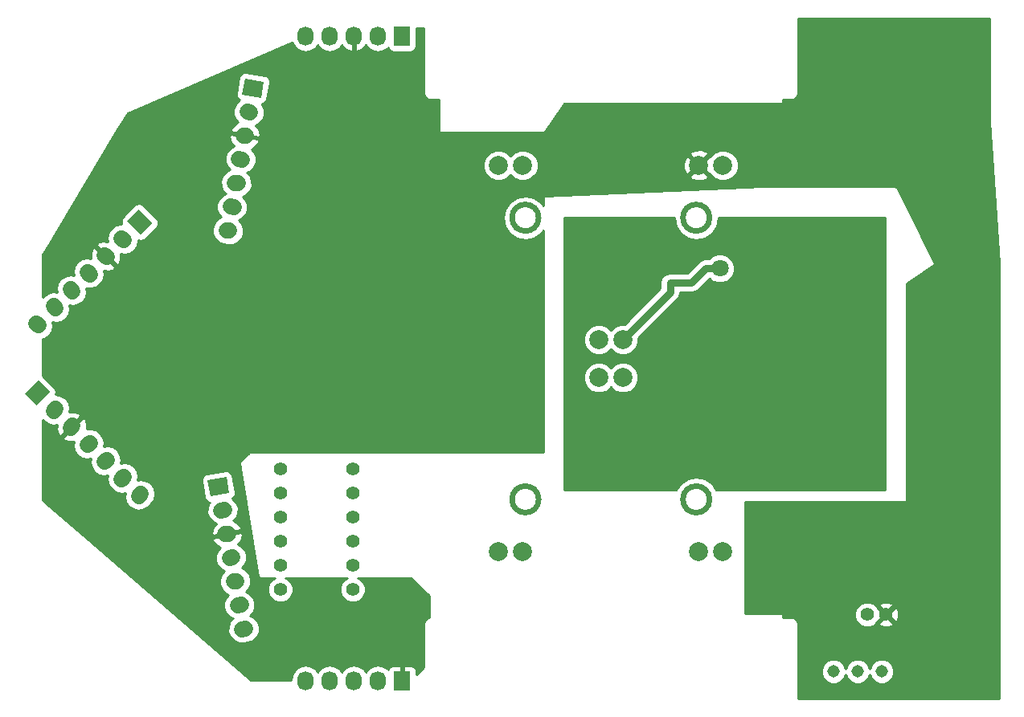
<source format=gbr>
G04 #@! TF.FileFunction,Copper,L2,Bot,Signal*
%FSLAX46Y46*%
G04 Gerber Fmt 4.6, Leading zero omitted, Abs format (unit mm)*
G04 Created by KiCad (PCBNEW 4.0.2-stable) date 3/31/2016 10:50:00 PM*
%MOMM*%
G01*
G04 APERTURE LIST*
%ADD10C,0.100000*%
%ADD11C,0.600000*%
%ADD12C,2.000000*%
%ADD13C,1.727200*%
%ADD14C,1.422400*%
%ADD15C,1.397000*%
%ADD16R,1.727200X2.032000*%
%ADD17O,1.727200X2.032000*%
%ADD18C,1.308000*%
%ADD19C,1.800000*%
%ADD20C,1.500000*%
%ADD21C,0.800000*%
%ADD22C,0.254000*%
G04 APERTURE END LIST*
D10*
D11*
X191400000Y-104850000D02*
G75*
G03X191400000Y-104850000I-1400000J0D01*
G01*
X209400000Y-104850000D02*
G75*
G03X209400000Y-104850000I-1400000J0D01*
G01*
X209400000Y-75150000D02*
G75*
G03X209400000Y-75150000I-1400000J0D01*
G01*
X191400000Y-75150000D02*
G75*
G03X191400000Y-75150000I-1400000J0D01*
G01*
D12*
X208270000Y-110375000D03*
X210810000Y-110375000D03*
X189730000Y-110375000D03*
X197730000Y-92000000D03*
X200270000Y-92000000D03*
X187190000Y-110375000D03*
X189730000Y-69625000D03*
X187190000Y-69625000D03*
X208270000Y-69625000D03*
X200270000Y-88000000D03*
X197730000Y-88000000D03*
X210810000Y-69625000D03*
D10*
G36*
X160172672Y-62169818D02*
X160472597Y-60468858D01*
X162473726Y-60821712D01*
X162173801Y-62522672D01*
X160172672Y-62169818D01*
X160172672Y-62169818D01*
G37*
D13*
X160732048Y-63970713D02*
X161032218Y-64023641D01*
X160290981Y-66472124D02*
X160591151Y-66525052D01*
X159849915Y-68973536D02*
X160150085Y-69026464D01*
X159408849Y-71474948D02*
X159709019Y-71527876D01*
X158967782Y-73976359D02*
X159267952Y-74029287D01*
X158526716Y-76477771D02*
X158826886Y-76530699D01*
D10*
G36*
X138504083Y-94940924D02*
X137282768Y-93719609D01*
X138719609Y-92282768D01*
X139940924Y-93504083D01*
X138504083Y-94940924D01*
X138504083Y-94940924D01*
G37*
D13*
X140300135Y-95515661D02*
X140515661Y-95300135D01*
X142096186Y-97311712D02*
X142311712Y-97096186D01*
X143892237Y-99107763D02*
X144107763Y-98892237D01*
X145688288Y-100903814D02*
X145903814Y-100688288D01*
X147484339Y-102699865D02*
X147699865Y-102484339D01*
X149280391Y-104495917D02*
X149495917Y-104280391D01*
D10*
G36*
X148059076Y-75504083D02*
X149280391Y-74282768D01*
X150717232Y-75719609D01*
X149495917Y-76940924D01*
X148059076Y-75504083D01*
X148059076Y-75504083D01*
G37*
D13*
X147484339Y-77300135D02*
X147699865Y-77515661D01*
X145688288Y-79096186D02*
X145903814Y-79311712D01*
X143892237Y-80892237D02*
X144107763Y-81107763D01*
X142096186Y-82688288D02*
X142311712Y-82903814D01*
X140300135Y-84484339D02*
X140515661Y-84699865D01*
X138504083Y-86280391D02*
X138719609Y-86495917D01*
D10*
G36*
X156826199Y-104522672D02*
X156526274Y-102821712D01*
X158527403Y-102468858D01*
X158827328Y-104169818D01*
X156826199Y-104522672D01*
X156826199Y-104522672D01*
G37*
D13*
X157967782Y-106023641D02*
X158267952Y-105970713D01*
X158408849Y-108525052D02*
X158709019Y-108472124D01*
X158849915Y-111026464D02*
X159150085Y-110973536D01*
X159290981Y-113527876D02*
X159591151Y-113474948D01*
X159732048Y-116029287D02*
X160032218Y-115976359D01*
X160173114Y-118530699D02*
X160473284Y-118477771D01*
D14*
X171810000Y-111810000D03*
X171810000Y-114350000D03*
X164190000Y-114350000D03*
X164190000Y-109270000D03*
X164190000Y-101650000D03*
X171810000Y-109270000D03*
X164190000Y-104190000D03*
X171810000Y-101650000D03*
X164190000Y-111810000D03*
X171810000Y-106730000D03*
X164190000Y-106730000D03*
X171810000Y-104190000D03*
D15*
X226000000Y-117000000D03*
X228000000Y-117000000D03*
D16*
X177000000Y-56000000D03*
D17*
X174460000Y-56000000D03*
X171920000Y-56000000D03*
X169380000Y-56000000D03*
X166840000Y-56000000D03*
D16*
X177000000Y-124000000D03*
D17*
X174460000Y-124000000D03*
X171920000Y-124000000D03*
X169380000Y-124000000D03*
X166840000Y-124000000D03*
D18*
X227540000Y-123000000D03*
X225000000Y-123000000D03*
X222460000Y-123000000D03*
D19*
X221500000Y-90000000D03*
X208500000Y-86250000D03*
X208250000Y-93750000D03*
X213342500Y-84015000D03*
X213342500Y-95985000D03*
X210500000Y-80500000D03*
D20*
X213000000Y-83750000D02*
X213265000Y-84015000D01*
X213265000Y-84015000D02*
X213342500Y-84015000D01*
X213000000Y-96250000D02*
X213265000Y-95985000D01*
X213265000Y-95985000D02*
X213342500Y-95985000D01*
D21*
X209000000Y-80500000D02*
X210500000Y-80500000D01*
X205250000Y-83020000D02*
X205250000Y-82000000D01*
X205250000Y-82000000D02*
X207500000Y-82000000D01*
X207500000Y-82000000D02*
X209000000Y-80500000D01*
X200270000Y-88000000D02*
X205250000Y-83020000D01*
D22*
G36*
X238873000Y-65000000D02*
X238873281Y-65008448D01*
X239873000Y-80004233D01*
X239873000Y-125873000D01*
X218710000Y-125873000D01*
X218710000Y-123255273D01*
X221170777Y-123255273D01*
X221366602Y-123729206D01*
X221728887Y-124092124D01*
X222202477Y-124288776D01*
X222715273Y-124289223D01*
X223189206Y-124093398D01*
X223552124Y-123731113D01*
X223730196Y-123302270D01*
X223906602Y-123729206D01*
X224268887Y-124092124D01*
X224742477Y-124288776D01*
X225255273Y-124289223D01*
X225729206Y-124093398D01*
X226092124Y-123731113D01*
X226270196Y-123302270D01*
X226446602Y-123729206D01*
X226808887Y-124092124D01*
X227282477Y-124288776D01*
X227795273Y-124289223D01*
X228269206Y-124093398D01*
X228632124Y-123731113D01*
X228828776Y-123257523D01*
X228829223Y-122744727D01*
X228633398Y-122270794D01*
X228271113Y-121907876D01*
X227797523Y-121711224D01*
X227284727Y-121710777D01*
X226810794Y-121906602D01*
X226447876Y-122268887D01*
X226269804Y-122697730D01*
X226093398Y-122270794D01*
X225731113Y-121907876D01*
X225257523Y-121711224D01*
X224744727Y-121710777D01*
X224270794Y-121906602D01*
X223907876Y-122268887D01*
X223729804Y-122697730D01*
X223553398Y-122270794D01*
X223191113Y-121907876D01*
X222717523Y-121711224D01*
X222204727Y-121710777D01*
X221730794Y-121906602D01*
X221367876Y-122268887D01*
X221171224Y-122742477D01*
X221170777Y-123255273D01*
X218710000Y-123255273D01*
X218710000Y-118000000D01*
X218655954Y-117728295D01*
X218502046Y-117497954D01*
X218271705Y-117344046D01*
X218000000Y-117290000D01*
X217127000Y-117290000D01*
X217127000Y-117264086D01*
X224666269Y-117264086D01*
X224868854Y-117754380D01*
X225243647Y-118129827D01*
X225733587Y-118333268D01*
X226264086Y-118333731D01*
X226754380Y-118131146D01*
X226951681Y-117934188D01*
X227245417Y-117934188D01*
X227307071Y-118169800D01*
X227807480Y-118345927D01*
X228337199Y-118317148D01*
X228692929Y-118169800D01*
X228754583Y-117934188D01*
X228000000Y-117179605D01*
X227245417Y-117934188D01*
X226951681Y-117934188D01*
X227129827Y-117756353D01*
X227176540Y-117643855D01*
X227820395Y-117000000D01*
X228179605Y-117000000D01*
X228934188Y-117754583D01*
X229169800Y-117692929D01*
X229345927Y-117192520D01*
X229317148Y-116662801D01*
X229169800Y-116307071D01*
X228934188Y-116245417D01*
X228179605Y-117000000D01*
X227820395Y-117000000D01*
X227177007Y-116356612D01*
X227131146Y-116245620D01*
X226951652Y-116065812D01*
X227245417Y-116065812D01*
X228000000Y-116820395D01*
X228754583Y-116065812D01*
X228692929Y-115830200D01*
X228192520Y-115654073D01*
X227662801Y-115682852D01*
X227307071Y-115830200D01*
X227245417Y-116065812D01*
X226951652Y-116065812D01*
X226756353Y-115870173D01*
X226266413Y-115666732D01*
X225735914Y-115666269D01*
X225245620Y-115868854D01*
X224870173Y-116243647D01*
X224666732Y-116733587D01*
X224666269Y-117264086D01*
X217127000Y-117264086D01*
X217127000Y-117000000D01*
X217116994Y-116950590D01*
X217088553Y-116908965D01*
X217046159Y-116881685D01*
X217000000Y-116873000D01*
X213127000Y-116873000D01*
X213127000Y-105127000D01*
X230000000Y-105127000D01*
X230049410Y-105116994D01*
X230091035Y-105088553D01*
X230118315Y-105046159D01*
X230127000Y-105000000D01*
X230127000Y-82067968D01*
X233070447Y-80105670D01*
X233106008Y-80069937D01*
X233124866Y-80023184D01*
X233124048Y-79972778D01*
X233113592Y-79943204D01*
X229113592Y-71943204D01*
X229082546Y-71903485D01*
X229038493Y-71878974D01*
X229000000Y-71873000D01*
X215000000Y-71873000D01*
X214994483Y-71873120D01*
X191994483Y-72873120D01*
X191945555Y-72885262D01*
X191905205Y-72915484D01*
X191879792Y-72959024D01*
X191873000Y-73000000D01*
X191873000Y-73831011D01*
X191651094Y-73498906D01*
X190893566Y-72992741D01*
X190000000Y-72815000D01*
X189106434Y-72992741D01*
X188348906Y-73498906D01*
X187842741Y-74256434D01*
X187665000Y-75150000D01*
X187842741Y-76043566D01*
X188348906Y-76801094D01*
X189106434Y-77307259D01*
X190000000Y-77485000D01*
X190893566Y-77307259D01*
X191651094Y-76801094D01*
X191873000Y-76468989D01*
X191873000Y-99873000D01*
X161000000Y-99873000D01*
X160950590Y-99883006D01*
X160910197Y-99910197D01*
X159910197Y-100910197D01*
X159882334Y-100952211D01*
X159874728Y-101020879D01*
X161874728Y-113020879D01*
X161892721Y-113067972D01*
X161927617Y-113104354D01*
X161973920Y-113124293D01*
X162000000Y-113127000D01*
X163624666Y-113127000D01*
X163428435Y-113208081D01*
X163049412Y-113586443D01*
X162844034Y-114081049D01*
X162843566Y-114616601D01*
X163048081Y-115111565D01*
X163426443Y-115490588D01*
X163921049Y-115695966D01*
X164456601Y-115696434D01*
X164951565Y-115491919D01*
X165330588Y-115113557D01*
X165535966Y-114618951D01*
X165536434Y-114083399D01*
X165331919Y-113588435D01*
X164953557Y-113209412D01*
X164755087Y-113127000D01*
X171244665Y-113127000D01*
X171048435Y-113208081D01*
X170669412Y-113586443D01*
X170464034Y-114081049D01*
X170463566Y-114616601D01*
X170668081Y-115111565D01*
X171046443Y-115490588D01*
X171541049Y-115695966D01*
X172076601Y-115696434D01*
X172571565Y-115491919D01*
X172950588Y-115113557D01*
X173155966Y-114618951D01*
X173156434Y-114083399D01*
X172951919Y-113588435D01*
X172573557Y-113209412D01*
X172375086Y-113127000D01*
X177947394Y-113127000D01*
X179873000Y-115052606D01*
X179873000Y-117315262D01*
X179728295Y-117344046D01*
X179497954Y-117497954D01*
X179344046Y-117728295D01*
X179290000Y-118000000D01*
X179290000Y-122530394D01*
X178498600Y-123321794D01*
X178498600Y-122857691D01*
X178401927Y-122624302D01*
X178223299Y-122445673D01*
X177989910Y-122349000D01*
X177285750Y-122349000D01*
X177127000Y-122507750D01*
X177127000Y-123873000D01*
X176873000Y-123873000D01*
X176873000Y-122507750D01*
X176714250Y-122349000D01*
X176010090Y-122349000D01*
X175776701Y-122445673D01*
X175598073Y-122624302D01*
X175534500Y-122777780D01*
X175519670Y-122755585D01*
X175033489Y-122430729D01*
X174460000Y-122316655D01*
X173886511Y-122430729D01*
X173400330Y-122755585D01*
X173190000Y-123070366D01*
X172979670Y-122755585D01*
X172493489Y-122430729D01*
X171920000Y-122316655D01*
X171346511Y-122430729D01*
X170860330Y-122755585D01*
X170650000Y-123070366D01*
X170439670Y-122755585D01*
X169953489Y-122430729D01*
X169380000Y-122316655D01*
X168806511Y-122430729D01*
X168320330Y-122755585D01*
X168110000Y-123070366D01*
X167899670Y-122755585D01*
X167413489Y-122430729D01*
X166840000Y-122316655D01*
X166266511Y-122430729D01*
X165780330Y-122755585D01*
X165455474Y-123241766D01*
X165341400Y-123815255D01*
X165341400Y-123873000D01*
X161047251Y-123873000D01*
X143977885Y-109131274D01*
X157038340Y-109131274D01*
X157043686Y-109146340D01*
X157385360Y-109621472D01*
X157859355Y-109915128D01*
X157590479Y-110172522D01*
X157354984Y-110707728D01*
X157342230Y-111292313D01*
X157554157Y-111837281D01*
X157958503Y-112259664D01*
X158305022Y-112412135D01*
X158031545Y-112673934D01*
X157796050Y-113209140D01*
X157783296Y-113793725D01*
X157995223Y-114338693D01*
X158399569Y-114761076D01*
X158746088Y-114913547D01*
X158472612Y-115175345D01*
X158237117Y-115710551D01*
X158224363Y-116295136D01*
X158436290Y-116840104D01*
X158840636Y-117262487D01*
X159187155Y-117414958D01*
X158913678Y-117676757D01*
X158678183Y-118211963D01*
X158665429Y-118796548D01*
X158877356Y-119341516D01*
X159281702Y-119763899D01*
X159816908Y-119999394D01*
X160401493Y-120012148D01*
X160765370Y-119947986D01*
X161310337Y-119736059D01*
X161732720Y-119331713D01*
X161968215Y-118796507D01*
X161980970Y-118211921D01*
X161769042Y-117666954D01*
X161364696Y-117244571D01*
X161018177Y-117092100D01*
X161291654Y-116830301D01*
X161527149Y-116295095D01*
X161539904Y-115710509D01*
X161327976Y-115165542D01*
X160923630Y-114743159D01*
X160577111Y-114590688D01*
X160850587Y-114328890D01*
X161086082Y-113793684D01*
X161098837Y-113209098D01*
X160886909Y-112664131D01*
X160482563Y-112241748D01*
X160136044Y-112089277D01*
X160409521Y-111827478D01*
X160645016Y-111292272D01*
X160657771Y-110707686D01*
X160445843Y-110162719D01*
X160041497Y-109740336D01*
X159700809Y-109590430D01*
X160045782Y-109152368D01*
X160204346Y-108589030D01*
X160204217Y-108573045D01*
X160044625Y-108365580D01*
X158706058Y-108601605D01*
X158709531Y-108621301D01*
X158459390Y-108665408D01*
X158455917Y-108645712D01*
X157117349Y-108881737D01*
X157038340Y-109131274D01*
X143977885Y-109131274D01*
X139127000Y-104941874D01*
X139127000Y-98344666D01*
X141242837Y-98344666D01*
X141321245Y-98594392D01*
X141334266Y-98603667D01*
X141886673Y-98796897D01*
X142443381Y-98765573D01*
X142370766Y-99130634D01*
X142484840Y-99704124D01*
X142809696Y-100190304D01*
X143295876Y-100515160D01*
X143869366Y-100629234D01*
X144240675Y-100555376D01*
X144166817Y-100926685D01*
X144280891Y-101500175D01*
X144605747Y-101986355D01*
X145091927Y-102311211D01*
X145665417Y-102425285D01*
X146036726Y-102351427D01*
X145962868Y-102722736D01*
X146076942Y-103296226D01*
X146401798Y-103782406D01*
X146887978Y-104107262D01*
X147461468Y-104221336D01*
X147832778Y-104147478D01*
X147758920Y-104518788D01*
X147872994Y-105092278D01*
X148197850Y-105578458D01*
X148684030Y-105903314D01*
X149257520Y-106017388D01*
X149831010Y-105903314D01*
X150317190Y-105578458D01*
X150578458Y-105317190D01*
X150903314Y-104831010D01*
X151017388Y-104257520D01*
X150903314Y-103684030D01*
X150578458Y-103197850D01*
X150183788Y-102934139D01*
X155888670Y-102934139D01*
X156188595Y-104635099D01*
X156273063Y-104859152D01*
X156447552Y-105047843D01*
X156681705Y-105153782D01*
X156723860Y-105154848D01*
X156708346Y-105169699D01*
X156472851Y-105704905D01*
X156460097Y-106289490D01*
X156672024Y-106834458D01*
X157076370Y-107256841D01*
X157417059Y-107406747D01*
X157072086Y-107844808D01*
X156913522Y-108408146D01*
X156913651Y-108424131D01*
X157073243Y-108631596D01*
X158411810Y-108395571D01*
X158408337Y-108375875D01*
X158658478Y-108331768D01*
X158661951Y-108351464D01*
X160000519Y-108115439D01*
X160079528Y-107865902D01*
X160074182Y-107850836D01*
X159732508Y-107375704D01*
X159258513Y-107082048D01*
X159527388Y-106824655D01*
X159762883Y-106289449D01*
X159775638Y-105704863D01*
X159563710Y-105159896D01*
X159159364Y-104737513D01*
X159143595Y-104730574D01*
X159163808Y-104722954D01*
X159352499Y-104548466D01*
X159458438Y-104314313D01*
X159464932Y-104057391D01*
X159165007Y-102356431D01*
X159080539Y-102132378D01*
X158906050Y-101943687D01*
X158671897Y-101837748D01*
X158414976Y-101831254D01*
X156413847Y-102184108D01*
X156189794Y-102268576D01*
X156001103Y-102443064D01*
X155895164Y-102677217D01*
X155888670Y-102934139D01*
X150183788Y-102934139D01*
X150092278Y-102872994D01*
X149518788Y-102758920D01*
X149147478Y-102832778D01*
X149221336Y-102461468D01*
X149107262Y-101887978D01*
X148782406Y-101401798D01*
X148296226Y-101076942D01*
X147722736Y-100962868D01*
X147351427Y-101036726D01*
X147425285Y-100665417D01*
X147311211Y-100091927D01*
X146986355Y-99605747D01*
X146500175Y-99280891D01*
X145926685Y-99166817D01*
X145555376Y-99240675D01*
X145629234Y-98869366D01*
X145515160Y-98295876D01*
X145190304Y-97809696D01*
X144704124Y-97484840D01*
X144130634Y-97370766D01*
X143765573Y-97443381D01*
X143796897Y-96886673D01*
X143603667Y-96334266D01*
X143594392Y-96321245D01*
X143344666Y-96242837D01*
X142383554Y-97203949D01*
X142397697Y-97218092D01*
X142218092Y-97397697D01*
X142203949Y-97383554D01*
X141242837Y-98344666D01*
X139127000Y-98344666D01*
X139127000Y-96462619D01*
X139217594Y-96598202D01*
X139703774Y-96923058D01*
X140277264Y-97037132D01*
X140642325Y-96964517D01*
X140611001Y-97521225D01*
X140804231Y-98073632D01*
X140813506Y-98086653D01*
X141063232Y-98165061D01*
X142024344Y-97203949D01*
X142010202Y-97189807D01*
X142189807Y-97010202D01*
X142203949Y-97024344D01*
X143165061Y-96063232D01*
X143086653Y-95813506D01*
X143073632Y-95804231D01*
X142521225Y-95611001D01*
X141964517Y-95642325D01*
X142037132Y-95277264D01*
X141923058Y-94703774D01*
X141598202Y-94217594D01*
X141112022Y-93892738D01*
X140538532Y-93778664D01*
X140521631Y-93782026D01*
X140533818Y-93764189D01*
X140588302Y-93513027D01*
X140540778Y-93260456D01*
X140398733Y-93046274D01*
X139177418Y-91824959D01*
X139127000Y-91790510D01*
X139127000Y-87940902D01*
X139315970Y-87903314D01*
X139802150Y-87578458D01*
X140127006Y-87092278D01*
X140241080Y-86518788D01*
X140167222Y-86147478D01*
X140538532Y-86221336D01*
X141112022Y-86107262D01*
X141598202Y-85782406D01*
X141923058Y-85296226D01*
X142037132Y-84722736D01*
X141963274Y-84351427D01*
X142334583Y-84425285D01*
X142908073Y-84311211D01*
X143394253Y-83986355D01*
X143719109Y-83500175D01*
X143833183Y-82926685D01*
X143759325Y-82555376D01*
X144130634Y-82629234D01*
X144704124Y-82515160D01*
X145190304Y-82190304D01*
X145515160Y-81704124D01*
X145629234Y-81130634D01*
X145556619Y-80765573D01*
X146113327Y-80796897D01*
X146665734Y-80603667D01*
X146678755Y-80594392D01*
X146757163Y-80344666D01*
X145796051Y-79383554D01*
X145781909Y-79397697D01*
X145602304Y-79218092D01*
X145616446Y-79203949D01*
X144655334Y-78242837D01*
X144405608Y-78321245D01*
X144396333Y-78334266D01*
X144203103Y-78886673D01*
X144234427Y-79443381D01*
X143869366Y-79370766D01*
X143295876Y-79484840D01*
X142809696Y-79809696D01*
X142484840Y-80295876D01*
X142370766Y-80869366D01*
X142444624Y-81240675D01*
X142073315Y-81166817D01*
X141499825Y-81280891D01*
X141013645Y-81605747D01*
X140688789Y-82091927D01*
X140574715Y-82665417D01*
X140648573Y-83036726D01*
X140277264Y-82962868D01*
X139703774Y-83076942D01*
X139217594Y-83401798D01*
X139127000Y-83537381D01*
X139127000Y-79035178D01*
X139710167Y-78063232D01*
X144834939Y-78063232D01*
X145796051Y-79024344D01*
X145810194Y-79010202D01*
X145989799Y-79189807D01*
X145975656Y-79203949D01*
X146936768Y-80165061D01*
X147186494Y-80086653D01*
X147195769Y-80073632D01*
X147388999Y-79521225D01*
X147357675Y-78964517D01*
X147722736Y-79037132D01*
X148296226Y-78923058D01*
X148782406Y-78598202D01*
X149107262Y-78112022D01*
X149221336Y-77538532D01*
X149217974Y-77521631D01*
X149235811Y-77533818D01*
X149486973Y-77588302D01*
X149739544Y-77540778D01*
X149953726Y-77398733D01*
X151140537Y-76211922D01*
X157019031Y-76211922D01*
X157031785Y-76796507D01*
X157267280Y-77331713D01*
X157689663Y-77736059D01*
X158234631Y-77947986D01*
X158598507Y-78012148D01*
X159183092Y-77999394D01*
X159718298Y-77763899D01*
X160122644Y-77341516D01*
X160334572Y-76796549D01*
X160321817Y-76211963D01*
X160086322Y-75676757D01*
X159812845Y-75414958D01*
X160159364Y-75262487D01*
X160563710Y-74840104D01*
X160775638Y-74295137D01*
X160762883Y-73710551D01*
X160527388Y-73175345D01*
X160253912Y-72913547D01*
X160600431Y-72761076D01*
X161004777Y-72338693D01*
X161216705Y-71793726D01*
X161203950Y-71209140D01*
X160968455Y-70673934D01*
X160694978Y-70412135D01*
X161041497Y-70259664D01*
X161339090Y-69948795D01*
X185554716Y-69948795D01*
X185803106Y-70549943D01*
X186262637Y-71010278D01*
X186863352Y-71259716D01*
X187513795Y-71260284D01*
X188114943Y-71011894D01*
X188460199Y-70667241D01*
X188802637Y-71010278D01*
X189403352Y-71259716D01*
X190053795Y-71260284D01*
X190654943Y-71011894D01*
X190889715Y-70777532D01*
X207297073Y-70777532D01*
X207395736Y-71044387D01*
X208005461Y-71270908D01*
X208655460Y-71246856D01*
X209144264Y-71044387D01*
X209242927Y-70777532D01*
X208270000Y-69804605D01*
X207297073Y-70777532D01*
X190889715Y-70777532D01*
X191115278Y-70552363D01*
X191364716Y-69951648D01*
X191365232Y-69360461D01*
X206624092Y-69360461D01*
X206648144Y-70010460D01*
X206850613Y-70499264D01*
X207117468Y-70597927D01*
X208090395Y-69625000D01*
X208449605Y-69625000D01*
X209422532Y-70597927D01*
X209457938Y-70584836D01*
X209882637Y-71010278D01*
X210483352Y-71259716D01*
X211133795Y-71260284D01*
X211734943Y-71011894D01*
X212195278Y-70552363D01*
X212444716Y-69951648D01*
X212445284Y-69301205D01*
X212196894Y-68700057D01*
X211737363Y-68239722D01*
X211136648Y-67990284D01*
X210486205Y-67989716D01*
X209885057Y-68238106D01*
X209457438Y-68664978D01*
X209422532Y-68652073D01*
X208449605Y-69625000D01*
X208090395Y-69625000D01*
X207117468Y-68652073D01*
X206850613Y-68750736D01*
X206624092Y-69360461D01*
X191365232Y-69360461D01*
X191365284Y-69301205D01*
X191116894Y-68700057D01*
X190889703Y-68472468D01*
X207297073Y-68472468D01*
X208270000Y-69445395D01*
X209242927Y-68472468D01*
X209144264Y-68205613D01*
X208534539Y-67979092D01*
X207884540Y-68003144D01*
X207395736Y-68205613D01*
X207297073Y-68472468D01*
X190889703Y-68472468D01*
X190657363Y-68239722D01*
X190056648Y-67990284D01*
X189406205Y-67989716D01*
X188805057Y-68238106D01*
X188459801Y-68582759D01*
X188117363Y-68239722D01*
X187516648Y-67990284D01*
X186866205Y-67989716D01*
X186265057Y-68238106D01*
X185804722Y-68697637D01*
X185555284Y-69298352D01*
X185554716Y-69948795D01*
X161339090Y-69948795D01*
X161445843Y-69837281D01*
X161657771Y-69292314D01*
X161645016Y-68707728D01*
X161409521Y-68172522D01*
X161140645Y-67915128D01*
X161614640Y-67621472D01*
X161956314Y-67146340D01*
X161961660Y-67131274D01*
X161882651Y-66881737D01*
X160544083Y-66645712D01*
X160540610Y-66665408D01*
X160290469Y-66621301D01*
X160293942Y-66601605D01*
X158955375Y-66365580D01*
X158795783Y-66573045D01*
X158795654Y-66589030D01*
X158954218Y-67152368D01*
X159299191Y-67590430D01*
X158958503Y-67740336D01*
X158554157Y-68162719D01*
X158342230Y-68707687D01*
X158354984Y-69292272D01*
X158590479Y-69827478D01*
X158863956Y-70089277D01*
X158517437Y-70241748D01*
X158113091Y-70664131D01*
X157901164Y-71209099D01*
X157913918Y-71793684D01*
X158149413Y-72328890D01*
X158422889Y-72590688D01*
X158076370Y-72743159D01*
X157672024Y-73165542D01*
X157460097Y-73710510D01*
X157472851Y-74295095D01*
X157708346Y-74830301D01*
X157981823Y-75092100D01*
X157635304Y-75244571D01*
X157230958Y-75666954D01*
X157019031Y-76211922D01*
X151140537Y-76211922D01*
X151175041Y-76177418D01*
X151310126Y-75979715D01*
X151364610Y-75728553D01*
X151317086Y-75475982D01*
X151175041Y-75261800D01*
X149738200Y-73824959D01*
X149540497Y-73689874D01*
X149289335Y-73635390D01*
X149036764Y-73682914D01*
X148822582Y-73824959D01*
X147601267Y-75046274D01*
X147466182Y-75243977D01*
X147411698Y-75495139D01*
X147459222Y-75747710D01*
X147482529Y-75782853D01*
X147461468Y-75778664D01*
X146887978Y-75892738D01*
X146401798Y-76217594D01*
X146076942Y-76703774D01*
X145962868Y-77277264D01*
X146035483Y-77642325D01*
X145478775Y-77611001D01*
X144926368Y-77804231D01*
X144913347Y-77813506D01*
X144834939Y-78063232D01*
X139710167Y-78063232D01*
X147028565Y-65865902D01*
X158920472Y-65865902D01*
X158999481Y-66115439D01*
X160338049Y-66351464D01*
X160341522Y-66331768D01*
X160591663Y-66375875D01*
X160588190Y-66395571D01*
X161926757Y-66631596D01*
X162086349Y-66424131D01*
X162086478Y-66408146D01*
X161927914Y-65844808D01*
X161582941Y-65406747D01*
X161923630Y-65256841D01*
X162327976Y-64834458D01*
X162539904Y-64289491D01*
X162527149Y-63704905D01*
X162291654Y-63169699D01*
X162279204Y-63157780D01*
X162300805Y-63157533D01*
X162537795Y-63058103D01*
X162717430Y-62874305D01*
X162811405Y-62635099D01*
X163111330Y-60934139D01*
X163108587Y-60694708D01*
X163009158Y-60457718D01*
X162825359Y-60278083D01*
X162586153Y-60184108D01*
X160585024Y-59831254D01*
X160345593Y-59833997D01*
X160108603Y-59933427D01*
X159928968Y-60117225D01*
X159834993Y-60356431D01*
X159535068Y-62057391D01*
X159537811Y-62296822D01*
X159637240Y-62533812D01*
X159821039Y-62713447D01*
X159860287Y-62728866D01*
X159840636Y-62737513D01*
X159436290Y-63159896D01*
X159224363Y-63704864D01*
X159237117Y-64289449D01*
X159472612Y-64824655D01*
X159741487Y-65082048D01*
X159267492Y-65375704D01*
X158925818Y-65850836D01*
X158920472Y-65865902D01*
X147028565Y-65865902D01*
X148087774Y-64100554D01*
X165436966Y-56665186D01*
X165455474Y-56758234D01*
X165780330Y-57244415D01*
X166266511Y-57569271D01*
X166840000Y-57683345D01*
X167413489Y-57569271D01*
X167899670Y-57244415D01*
X168110000Y-56929634D01*
X168320330Y-57244415D01*
X168806511Y-57569271D01*
X169380000Y-57683345D01*
X169953489Y-57569271D01*
X170439670Y-57244415D01*
X170646461Y-56934931D01*
X171017964Y-57350732D01*
X171545209Y-57604709D01*
X171560974Y-57607358D01*
X171793000Y-57486217D01*
X171793000Y-56127000D01*
X171773000Y-56127000D01*
X171773000Y-55873000D01*
X171793000Y-55873000D01*
X171793000Y-55853000D01*
X172047000Y-55853000D01*
X172047000Y-55873000D01*
X172067000Y-55873000D01*
X172067000Y-56127000D01*
X172047000Y-56127000D01*
X172047000Y-57486217D01*
X172279026Y-57607358D01*
X172294791Y-57604709D01*
X172822036Y-57350732D01*
X173193539Y-56934931D01*
X173400330Y-57244415D01*
X173886511Y-57569271D01*
X174460000Y-57683345D01*
X175033489Y-57569271D01*
X175519670Y-57244415D01*
X175529243Y-57230087D01*
X175533238Y-57251317D01*
X175672310Y-57467441D01*
X175884510Y-57612431D01*
X176136400Y-57663440D01*
X177863600Y-57663440D01*
X178098917Y-57619162D01*
X178315041Y-57480090D01*
X178460031Y-57267890D01*
X178511040Y-57016000D01*
X178511040Y-55127000D01*
X179290000Y-55127000D01*
X179290000Y-62000000D01*
X179344046Y-62271705D01*
X179497954Y-62502046D01*
X179728295Y-62655954D01*
X180000000Y-62710000D01*
X180873000Y-62710000D01*
X180873000Y-66000000D01*
X180883006Y-66049410D01*
X180911447Y-66091035D01*
X180953841Y-66118315D01*
X181000000Y-66127000D01*
X192000000Y-66127000D01*
X192049410Y-66116994D01*
X192105670Y-66070447D01*
X194067968Y-63127000D01*
X217000000Y-63127000D01*
X217049410Y-63116994D01*
X217091035Y-63088553D01*
X217118315Y-63046159D01*
X217127000Y-63000000D01*
X217127000Y-62710000D01*
X218000000Y-62710000D01*
X218271705Y-62655954D01*
X218502046Y-62502046D01*
X218655954Y-62271705D01*
X218710000Y-62000000D01*
X218710000Y-54127000D01*
X238873000Y-54127000D01*
X238873000Y-65000000D01*
X238873000Y-65000000D01*
G37*
X238873000Y-65000000D02*
X238873281Y-65008448D01*
X239873000Y-80004233D01*
X239873000Y-125873000D01*
X218710000Y-125873000D01*
X218710000Y-123255273D01*
X221170777Y-123255273D01*
X221366602Y-123729206D01*
X221728887Y-124092124D01*
X222202477Y-124288776D01*
X222715273Y-124289223D01*
X223189206Y-124093398D01*
X223552124Y-123731113D01*
X223730196Y-123302270D01*
X223906602Y-123729206D01*
X224268887Y-124092124D01*
X224742477Y-124288776D01*
X225255273Y-124289223D01*
X225729206Y-124093398D01*
X226092124Y-123731113D01*
X226270196Y-123302270D01*
X226446602Y-123729206D01*
X226808887Y-124092124D01*
X227282477Y-124288776D01*
X227795273Y-124289223D01*
X228269206Y-124093398D01*
X228632124Y-123731113D01*
X228828776Y-123257523D01*
X228829223Y-122744727D01*
X228633398Y-122270794D01*
X228271113Y-121907876D01*
X227797523Y-121711224D01*
X227284727Y-121710777D01*
X226810794Y-121906602D01*
X226447876Y-122268887D01*
X226269804Y-122697730D01*
X226093398Y-122270794D01*
X225731113Y-121907876D01*
X225257523Y-121711224D01*
X224744727Y-121710777D01*
X224270794Y-121906602D01*
X223907876Y-122268887D01*
X223729804Y-122697730D01*
X223553398Y-122270794D01*
X223191113Y-121907876D01*
X222717523Y-121711224D01*
X222204727Y-121710777D01*
X221730794Y-121906602D01*
X221367876Y-122268887D01*
X221171224Y-122742477D01*
X221170777Y-123255273D01*
X218710000Y-123255273D01*
X218710000Y-118000000D01*
X218655954Y-117728295D01*
X218502046Y-117497954D01*
X218271705Y-117344046D01*
X218000000Y-117290000D01*
X217127000Y-117290000D01*
X217127000Y-117264086D01*
X224666269Y-117264086D01*
X224868854Y-117754380D01*
X225243647Y-118129827D01*
X225733587Y-118333268D01*
X226264086Y-118333731D01*
X226754380Y-118131146D01*
X226951681Y-117934188D01*
X227245417Y-117934188D01*
X227307071Y-118169800D01*
X227807480Y-118345927D01*
X228337199Y-118317148D01*
X228692929Y-118169800D01*
X228754583Y-117934188D01*
X228000000Y-117179605D01*
X227245417Y-117934188D01*
X226951681Y-117934188D01*
X227129827Y-117756353D01*
X227176540Y-117643855D01*
X227820395Y-117000000D01*
X228179605Y-117000000D01*
X228934188Y-117754583D01*
X229169800Y-117692929D01*
X229345927Y-117192520D01*
X229317148Y-116662801D01*
X229169800Y-116307071D01*
X228934188Y-116245417D01*
X228179605Y-117000000D01*
X227820395Y-117000000D01*
X227177007Y-116356612D01*
X227131146Y-116245620D01*
X226951652Y-116065812D01*
X227245417Y-116065812D01*
X228000000Y-116820395D01*
X228754583Y-116065812D01*
X228692929Y-115830200D01*
X228192520Y-115654073D01*
X227662801Y-115682852D01*
X227307071Y-115830200D01*
X227245417Y-116065812D01*
X226951652Y-116065812D01*
X226756353Y-115870173D01*
X226266413Y-115666732D01*
X225735914Y-115666269D01*
X225245620Y-115868854D01*
X224870173Y-116243647D01*
X224666732Y-116733587D01*
X224666269Y-117264086D01*
X217127000Y-117264086D01*
X217127000Y-117000000D01*
X217116994Y-116950590D01*
X217088553Y-116908965D01*
X217046159Y-116881685D01*
X217000000Y-116873000D01*
X213127000Y-116873000D01*
X213127000Y-105127000D01*
X230000000Y-105127000D01*
X230049410Y-105116994D01*
X230091035Y-105088553D01*
X230118315Y-105046159D01*
X230127000Y-105000000D01*
X230127000Y-82067968D01*
X233070447Y-80105670D01*
X233106008Y-80069937D01*
X233124866Y-80023184D01*
X233124048Y-79972778D01*
X233113592Y-79943204D01*
X229113592Y-71943204D01*
X229082546Y-71903485D01*
X229038493Y-71878974D01*
X229000000Y-71873000D01*
X215000000Y-71873000D01*
X214994483Y-71873120D01*
X191994483Y-72873120D01*
X191945555Y-72885262D01*
X191905205Y-72915484D01*
X191879792Y-72959024D01*
X191873000Y-73000000D01*
X191873000Y-73831011D01*
X191651094Y-73498906D01*
X190893566Y-72992741D01*
X190000000Y-72815000D01*
X189106434Y-72992741D01*
X188348906Y-73498906D01*
X187842741Y-74256434D01*
X187665000Y-75150000D01*
X187842741Y-76043566D01*
X188348906Y-76801094D01*
X189106434Y-77307259D01*
X190000000Y-77485000D01*
X190893566Y-77307259D01*
X191651094Y-76801094D01*
X191873000Y-76468989D01*
X191873000Y-99873000D01*
X161000000Y-99873000D01*
X160950590Y-99883006D01*
X160910197Y-99910197D01*
X159910197Y-100910197D01*
X159882334Y-100952211D01*
X159874728Y-101020879D01*
X161874728Y-113020879D01*
X161892721Y-113067972D01*
X161927617Y-113104354D01*
X161973920Y-113124293D01*
X162000000Y-113127000D01*
X163624666Y-113127000D01*
X163428435Y-113208081D01*
X163049412Y-113586443D01*
X162844034Y-114081049D01*
X162843566Y-114616601D01*
X163048081Y-115111565D01*
X163426443Y-115490588D01*
X163921049Y-115695966D01*
X164456601Y-115696434D01*
X164951565Y-115491919D01*
X165330588Y-115113557D01*
X165535966Y-114618951D01*
X165536434Y-114083399D01*
X165331919Y-113588435D01*
X164953557Y-113209412D01*
X164755087Y-113127000D01*
X171244665Y-113127000D01*
X171048435Y-113208081D01*
X170669412Y-113586443D01*
X170464034Y-114081049D01*
X170463566Y-114616601D01*
X170668081Y-115111565D01*
X171046443Y-115490588D01*
X171541049Y-115695966D01*
X172076601Y-115696434D01*
X172571565Y-115491919D01*
X172950588Y-115113557D01*
X173155966Y-114618951D01*
X173156434Y-114083399D01*
X172951919Y-113588435D01*
X172573557Y-113209412D01*
X172375086Y-113127000D01*
X177947394Y-113127000D01*
X179873000Y-115052606D01*
X179873000Y-117315262D01*
X179728295Y-117344046D01*
X179497954Y-117497954D01*
X179344046Y-117728295D01*
X179290000Y-118000000D01*
X179290000Y-122530394D01*
X178498600Y-123321794D01*
X178498600Y-122857691D01*
X178401927Y-122624302D01*
X178223299Y-122445673D01*
X177989910Y-122349000D01*
X177285750Y-122349000D01*
X177127000Y-122507750D01*
X177127000Y-123873000D01*
X176873000Y-123873000D01*
X176873000Y-122507750D01*
X176714250Y-122349000D01*
X176010090Y-122349000D01*
X175776701Y-122445673D01*
X175598073Y-122624302D01*
X175534500Y-122777780D01*
X175519670Y-122755585D01*
X175033489Y-122430729D01*
X174460000Y-122316655D01*
X173886511Y-122430729D01*
X173400330Y-122755585D01*
X173190000Y-123070366D01*
X172979670Y-122755585D01*
X172493489Y-122430729D01*
X171920000Y-122316655D01*
X171346511Y-122430729D01*
X170860330Y-122755585D01*
X170650000Y-123070366D01*
X170439670Y-122755585D01*
X169953489Y-122430729D01*
X169380000Y-122316655D01*
X168806511Y-122430729D01*
X168320330Y-122755585D01*
X168110000Y-123070366D01*
X167899670Y-122755585D01*
X167413489Y-122430729D01*
X166840000Y-122316655D01*
X166266511Y-122430729D01*
X165780330Y-122755585D01*
X165455474Y-123241766D01*
X165341400Y-123815255D01*
X165341400Y-123873000D01*
X161047251Y-123873000D01*
X143977885Y-109131274D01*
X157038340Y-109131274D01*
X157043686Y-109146340D01*
X157385360Y-109621472D01*
X157859355Y-109915128D01*
X157590479Y-110172522D01*
X157354984Y-110707728D01*
X157342230Y-111292313D01*
X157554157Y-111837281D01*
X157958503Y-112259664D01*
X158305022Y-112412135D01*
X158031545Y-112673934D01*
X157796050Y-113209140D01*
X157783296Y-113793725D01*
X157995223Y-114338693D01*
X158399569Y-114761076D01*
X158746088Y-114913547D01*
X158472612Y-115175345D01*
X158237117Y-115710551D01*
X158224363Y-116295136D01*
X158436290Y-116840104D01*
X158840636Y-117262487D01*
X159187155Y-117414958D01*
X158913678Y-117676757D01*
X158678183Y-118211963D01*
X158665429Y-118796548D01*
X158877356Y-119341516D01*
X159281702Y-119763899D01*
X159816908Y-119999394D01*
X160401493Y-120012148D01*
X160765370Y-119947986D01*
X161310337Y-119736059D01*
X161732720Y-119331713D01*
X161968215Y-118796507D01*
X161980970Y-118211921D01*
X161769042Y-117666954D01*
X161364696Y-117244571D01*
X161018177Y-117092100D01*
X161291654Y-116830301D01*
X161527149Y-116295095D01*
X161539904Y-115710509D01*
X161327976Y-115165542D01*
X160923630Y-114743159D01*
X160577111Y-114590688D01*
X160850587Y-114328890D01*
X161086082Y-113793684D01*
X161098837Y-113209098D01*
X160886909Y-112664131D01*
X160482563Y-112241748D01*
X160136044Y-112089277D01*
X160409521Y-111827478D01*
X160645016Y-111292272D01*
X160657771Y-110707686D01*
X160445843Y-110162719D01*
X160041497Y-109740336D01*
X159700809Y-109590430D01*
X160045782Y-109152368D01*
X160204346Y-108589030D01*
X160204217Y-108573045D01*
X160044625Y-108365580D01*
X158706058Y-108601605D01*
X158709531Y-108621301D01*
X158459390Y-108665408D01*
X158455917Y-108645712D01*
X157117349Y-108881737D01*
X157038340Y-109131274D01*
X143977885Y-109131274D01*
X139127000Y-104941874D01*
X139127000Y-98344666D01*
X141242837Y-98344666D01*
X141321245Y-98594392D01*
X141334266Y-98603667D01*
X141886673Y-98796897D01*
X142443381Y-98765573D01*
X142370766Y-99130634D01*
X142484840Y-99704124D01*
X142809696Y-100190304D01*
X143295876Y-100515160D01*
X143869366Y-100629234D01*
X144240675Y-100555376D01*
X144166817Y-100926685D01*
X144280891Y-101500175D01*
X144605747Y-101986355D01*
X145091927Y-102311211D01*
X145665417Y-102425285D01*
X146036726Y-102351427D01*
X145962868Y-102722736D01*
X146076942Y-103296226D01*
X146401798Y-103782406D01*
X146887978Y-104107262D01*
X147461468Y-104221336D01*
X147832778Y-104147478D01*
X147758920Y-104518788D01*
X147872994Y-105092278D01*
X148197850Y-105578458D01*
X148684030Y-105903314D01*
X149257520Y-106017388D01*
X149831010Y-105903314D01*
X150317190Y-105578458D01*
X150578458Y-105317190D01*
X150903314Y-104831010D01*
X151017388Y-104257520D01*
X150903314Y-103684030D01*
X150578458Y-103197850D01*
X150183788Y-102934139D01*
X155888670Y-102934139D01*
X156188595Y-104635099D01*
X156273063Y-104859152D01*
X156447552Y-105047843D01*
X156681705Y-105153782D01*
X156723860Y-105154848D01*
X156708346Y-105169699D01*
X156472851Y-105704905D01*
X156460097Y-106289490D01*
X156672024Y-106834458D01*
X157076370Y-107256841D01*
X157417059Y-107406747D01*
X157072086Y-107844808D01*
X156913522Y-108408146D01*
X156913651Y-108424131D01*
X157073243Y-108631596D01*
X158411810Y-108395571D01*
X158408337Y-108375875D01*
X158658478Y-108331768D01*
X158661951Y-108351464D01*
X160000519Y-108115439D01*
X160079528Y-107865902D01*
X160074182Y-107850836D01*
X159732508Y-107375704D01*
X159258513Y-107082048D01*
X159527388Y-106824655D01*
X159762883Y-106289449D01*
X159775638Y-105704863D01*
X159563710Y-105159896D01*
X159159364Y-104737513D01*
X159143595Y-104730574D01*
X159163808Y-104722954D01*
X159352499Y-104548466D01*
X159458438Y-104314313D01*
X159464932Y-104057391D01*
X159165007Y-102356431D01*
X159080539Y-102132378D01*
X158906050Y-101943687D01*
X158671897Y-101837748D01*
X158414976Y-101831254D01*
X156413847Y-102184108D01*
X156189794Y-102268576D01*
X156001103Y-102443064D01*
X155895164Y-102677217D01*
X155888670Y-102934139D01*
X150183788Y-102934139D01*
X150092278Y-102872994D01*
X149518788Y-102758920D01*
X149147478Y-102832778D01*
X149221336Y-102461468D01*
X149107262Y-101887978D01*
X148782406Y-101401798D01*
X148296226Y-101076942D01*
X147722736Y-100962868D01*
X147351427Y-101036726D01*
X147425285Y-100665417D01*
X147311211Y-100091927D01*
X146986355Y-99605747D01*
X146500175Y-99280891D01*
X145926685Y-99166817D01*
X145555376Y-99240675D01*
X145629234Y-98869366D01*
X145515160Y-98295876D01*
X145190304Y-97809696D01*
X144704124Y-97484840D01*
X144130634Y-97370766D01*
X143765573Y-97443381D01*
X143796897Y-96886673D01*
X143603667Y-96334266D01*
X143594392Y-96321245D01*
X143344666Y-96242837D01*
X142383554Y-97203949D01*
X142397697Y-97218092D01*
X142218092Y-97397697D01*
X142203949Y-97383554D01*
X141242837Y-98344666D01*
X139127000Y-98344666D01*
X139127000Y-96462619D01*
X139217594Y-96598202D01*
X139703774Y-96923058D01*
X140277264Y-97037132D01*
X140642325Y-96964517D01*
X140611001Y-97521225D01*
X140804231Y-98073632D01*
X140813506Y-98086653D01*
X141063232Y-98165061D01*
X142024344Y-97203949D01*
X142010202Y-97189807D01*
X142189807Y-97010202D01*
X142203949Y-97024344D01*
X143165061Y-96063232D01*
X143086653Y-95813506D01*
X143073632Y-95804231D01*
X142521225Y-95611001D01*
X141964517Y-95642325D01*
X142037132Y-95277264D01*
X141923058Y-94703774D01*
X141598202Y-94217594D01*
X141112022Y-93892738D01*
X140538532Y-93778664D01*
X140521631Y-93782026D01*
X140533818Y-93764189D01*
X140588302Y-93513027D01*
X140540778Y-93260456D01*
X140398733Y-93046274D01*
X139177418Y-91824959D01*
X139127000Y-91790510D01*
X139127000Y-87940902D01*
X139315970Y-87903314D01*
X139802150Y-87578458D01*
X140127006Y-87092278D01*
X140241080Y-86518788D01*
X140167222Y-86147478D01*
X140538532Y-86221336D01*
X141112022Y-86107262D01*
X141598202Y-85782406D01*
X141923058Y-85296226D01*
X142037132Y-84722736D01*
X141963274Y-84351427D01*
X142334583Y-84425285D01*
X142908073Y-84311211D01*
X143394253Y-83986355D01*
X143719109Y-83500175D01*
X143833183Y-82926685D01*
X143759325Y-82555376D01*
X144130634Y-82629234D01*
X144704124Y-82515160D01*
X145190304Y-82190304D01*
X145515160Y-81704124D01*
X145629234Y-81130634D01*
X145556619Y-80765573D01*
X146113327Y-80796897D01*
X146665734Y-80603667D01*
X146678755Y-80594392D01*
X146757163Y-80344666D01*
X145796051Y-79383554D01*
X145781909Y-79397697D01*
X145602304Y-79218092D01*
X145616446Y-79203949D01*
X144655334Y-78242837D01*
X144405608Y-78321245D01*
X144396333Y-78334266D01*
X144203103Y-78886673D01*
X144234427Y-79443381D01*
X143869366Y-79370766D01*
X143295876Y-79484840D01*
X142809696Y-79809696D01*
X142484840Y-80295876D01*
X142370766Y-80869366D01*
X142444624Y-81240675D01*
X142073315Y-81166817D01*
X141499825Y-81280891D01*
X141013645Y-81605747D01*
X140688789Y-82091927D01*
X140574715Y-82665417D01*
X140648573Y-83036726D01*
X140277264Y-82962868D01*
X139703774Y-83076942D01*
X139217594Y-83401798D01*
X139127000Y-83537381D01*
X139127000Y-79035178D01*
X139710167Y-78063232D01*
X144834939Y-78063232D01*
X145796051Y-79024344D01*
X145810194Y-79010202D01*
X145989799Y-79189807D01*
X145975656Y-79203949D01*
X146936768Y-80165061D01*
X147186494Y-80086653D01*
X147195769Y-80073632D01*
X147388999Y-79521225D01*
X147357675Y-78964517D01*
X147722736Y-79037132D01*
X148296226Y-78923058D01*
X148782406Y-78598202D01*
X149107262Y-78112022D01*
X149221336Y-77538532D01*
X149217974Y-77521631D01*
X149235811Y-77533818D01*
X149486973Y-77588302D01*
X149739544Y-77540778D01*
X149953726Y-77398733D01*
X151140537Y-76211922D01*
X157019031Y-76211922D01*
X157031785Y-76796507D01*
X157267280Y-77331713D01*
X157689663Y-77736059D01*
X158234631Y-77947986D01*
X158598507Y-78012148D01*
X159183092Y-77999394D01*
X159718298Y-77763899D01*
X160122644Y-77341516D01*
X160334572Y-76796549D01*
X160321817Y-76211963D01*
X160086322Y-75676757D01*
X159812845Y-75414958D01*
X160159364Y-75262487D01*
X160563710Y-74840104D01*
X160775638Y-74295137D01*
X160762883Y-73710551D01*
X160527388Y-73175345D01*
X160253912Y-72913547D01*
X160600431Y-72761076D01*
X161004777Y-72338693D01*
X161216705Y-71793726D01*
X161203950Y-71209140D01*
X160968455Y-70673934D01*
X160694978Y-70412135D01*
X161041497Y-70259664D01*
X161339090Y-69948795D01*
X185554716Y-69948795D01*
X185803106Y-70549943D01*
X186262637Y-71010278D01*
X186863352Y-71259716D01*
X187513795Y-71260284D01*
X188114943Y-71011894D01*
X188460199Y-70667241D01*
X188802637Y-71010278D01*
X189403352Y-71259716D01*
X190053795Y-71260284D01*
X190654943Y-71011894D01*
X190889715Y-70777532D01*
X207297073Y-70777532D01*
X207395736Y-71044387D01*
X208005461Y-71270908D01*
X208655460Y-71246856D01*
X209144264Y-71044387D01*
X209242927Y-70777532D01*
X208270000Y-69804605D01*
X207297073Y-70777532D01*
X190889715Y-70777532D01*
X191115278Y-70552363D01*
X191364716Y-69951648D01*
X191365232Y-69360461D01*
X206624092Y-69360461D01*
X206648144Y-70010460D01*
X206850613Y-70499264D01*
X207117468Y-70597927D01*
X208090395Y-69625000D01*
X208449605Y-69625000D01*
X209422532Y-70597927D01*
X209457938Y-70584836D01*
X209882637Y-71010278D01*
X210483352Y-71259716D01*
X211133795Y-71260284D01*
X211734943Y-71011894D01*
X212195278Y-70552363D01*
X212444716Y-69951648D01*
X212445284Y-69301205D01*
X212196894Y-68700057D01*
X211737363Y-68239722D01*
X211136648Y-67990284D01*
X210486205Y-67989716D01*
X209885057Y-68238106D01*
X209457438Y-68664978D01*
X209422532Y-68652073D01*
X208449605Y-69625000D01*
X208090395Y-69625000D01*
X207117468Y-68652073D01*
X206850613Y-68750736D01*
X206624092Y-69360461D01*
X191365232Y-69360461D01*
X191365284Y-69301205D01*
X191116894Y-68700057D01*
X190889703Y-68472468D01*
X207297073Y-68472468D01*
X208270000Y-69445395D01*
X209242927Y-68472468D01*
X209144264Y-68205613D01*
X208534539Y-67979092D01*
X207884540Y-68003144D01*
X207395736Y-68205613D01*
X207297073Y-68472468D01*
X190889703Y-68472468D01*
X190657363Y-68239722D01*
X190056648Y-67990284D01*
X189406205Y-67989716D01*
X188805057Y-68238106D01*
X188459801Y-68582759D01*
X188117363Y-68239722D01*
X187516648Y-67990284D01*
X186866205Y-67989716D01*
X186265057Y-68238106D01*
X185804722Y-68697637D01*
X185555284Y-69298352D01*
X185554716Y-69948795D01*
X161339090Y-69948795D01*
X161445843Y-69837281D01*
X161657771Y-69292314D01*
X161645016Y-68707728D01*
X161409521Y-68172522D01*
X161140645Y-67915128D01*
X161614640Y-67621472D01*
X161956314Y-67146340D01*
X161961660Y-67131274D01*
X161882651Y-66881737D01*
X160544083Y-66645712D01*
X160540610Y-66665408D01*
X160290469Y-66621301D01*
X160293942Y-66601605D01*
X158955375Y-66365580D01*
X158795783Y-66573045D01*
X158795654Y-66589030D01*
X158954218Y-67152368D01*
X159299191Y-67590430D01*
X158958503Y-67740336D01*
X158554157Y-68162719D01*
X158342230Y-68707687D01*
X158354984Y-69292272D01*
X158590479Y-69827478D01*
X158863956Y-70089277D01*
X158517437Y-70241748D01*
X158113091Y-70664131D01*
X157901164Y-71209099D01*
X157913918Y-71793684D01*
X158149413Y-72328890D01*
X158422889Y-72590688D01*
X158076370Y-72743159D01*
X157672024Y-73165542D01*
X157460097Y-73710510D01*
X157472851Y-74295095D01*
X157708346Y-74830301D01*
X157981823Y-75092100D01*
X157635304Y-75244571D01*
X157230958Y-75666954D01*
X157019031Y-76211922D01*
X151140537Y-76211922D01*
X151175041Y-76177418D01*
X151310126Y-75979715D01*
X151364610Y-75728553D01*
X151317086Y-75475982D01*
X151175041Y-75261800D01*
X149738200Y-73824959D01*
X149540497Y-73689874D01*
X149289335Y-73635390D01*
X149036764Y-73682914D01*
X148822582Y-73824959D01*
X147601267Y-75046274D01*
X147466182Y-75243977D01*
X147411698Y-75495139D01*
X147459222Y-75747710D01*
X147482529Y-75782853D01*
X147461468Y-75778664D01*
X146887978Y-75892738D01*
X146401798Y-76217594D01*
X146076942Y-76703774D01*
X145962868Y-77277264D01*
X146035483Y-77642325D01*
X145478775Y-77611001D01*
X144926368Y-77804231D01*
X144913347Y-77813506D01*
X144834939Y-78063232D01*
X139710167Y-78063232D01*
X147028565Y-65865902D01*
X158920472Y-65865902D01*
X158999481Y-66115439D01*
X160338049Y-66351464D01*
X160341522Y-66331768D01*
X160591663Y-66375875D01*
X160588190Y-66395571D01*
X161926757Y-66631596D01*
X162086349Y-66424131D01*
X162086478Y-66408146D01*
X161927914Y-65844808D01*
X161582941Y-65406747D01*
X161923630Y-65256841D01*
X162327976Y-64834458D01*
X162539904Y-64289491D01*
X162527149Y-63704905D01*
X162291654Y-63169699D01*
X162279204Y-63157780D01*
X162300805Y-63157533D01*
X162537795Y-63058103D01*
X162717430Y-62874305D01*
X162811405Y-62635099D01*
X163111330Y-60934139D01*
X163108587Y-60694708D01*
X163009158Y-60457718D01*
X162825359Y-60278083D01*
X162586153Y-60184108D01*
X160585024Y-59831254D01*
X160345593Y-59833997D01*
X160108603Y-59933427D01*
X159928968Y-60117225D01*
X159834993Y-60356431D01*
X159535068Y-62057391D01*
X159537811Y-62296822D01*
X159637240Y-62533812D01*
X159821039Y-62713447D01*
X159860287Y-62728866D01*
X159840636Y-62737513D01*
X159436290Y-63159896D01*
X159224363Y-63704864D01*
X159237117Y-64289449D01*
X159472612Y-64824655D01*
X159741487Y-65082048D01*
X159267492Y-65375704D01*
X158925818Y-65850836D01*
X158920472Y-65865902D01*
X147028565Y-65865902D01*
X148087774Y-64100554D01*
X165436966Y-56665186D01*
X165455474Y-56758234D01*
X165780330Y-57244415D01*
X166266511Y-57569271D01*
X166840000Y-57683345D01*
X167413489Y-57569271D01*
X167899670Y-57244415D01*
X168110000Y-56929634D01*
X168320330Y-57244415D01*
X168806511Y-57569271D01*
X169380000Y-57683345D01*
X169953489Y-57569271D01*
X170439670Y-57244415D01*
X170646461Y-56934931D01*
X171017964Y-57350732D01*
X171545209Y-57604709D01*
X171560974Y-57607358D01*
X171793000Y-57486217D01*
X171793000Y-56127000D01*
X171773000Y-56127000D01*
X171773000Y-55873000D01*
X171793000Y-55873000D01*
X171793000Y-55853000D01*
X172047000Y-55853000D01*
X172047000Y-55873000D01*
X172067000Y-55873000D01*
X172067000Y-56127000D01*
X172047000Y-56127000D01*
X172047000Y-57486217D01*
X172279026Y-57607358D01*
X172294791Y-57604709D01*
X172822036Y-57350732D01*
X173193539Y-56934931D01*
X173400330Y-57244415D01*
X173886511Y-57569271D01*
X174460000Y-57683345D01*
X175033489Y-57569271D01*
X175519670Y-57244415D01*
X175529243Y-57230087D01*
X175533238Y-57251317D01*
X175672310Y-57467441D01*
X175884510Y-57612431D01*
X176136400Y-57663440D01*
X177863600Y-57663440D01*
X178098917Y-57619162D01*
X178315041Y-57480090D01*
X178460031Y-57267890D01*
X178511040Y-57016000D01*
X178511040Y-55127000D01*
X179290000Y-55127000D01*
X179290000Y-62000000D01*
X179344046Y-62271705D01*
X179497954Y-62502046D01*
X179728295Y-62655954D01*
X180000000Y-62710000D01*
X180873000Y-62710000D01*
X180873000Y-66000000D01*
X180883006Y-66049410D01*
X180911447Y-66091035D01*
X180953841Y-66118315D01*
X181000000Y-66127000D01*
X192000000Y-66127000D01*
X192049410Y-66116994D01*
X192105670Y-66070447D01*
X194067968Y-63127000D01*
X217000000Y-63127000D01*
X217049410Y-63116994D01*
X217091035Y-63088553D01*
X217118315Y-63046159D01*
X217127000Y-63000000D01*
X217127000Y-62710000D01*
X218000000Y-62710000D01*
X218271705Y-62655954D01*
X218502046Y-62502046D01*
X218655954Y-62271705D01*
X218710000Y-62000000D01*
X218710000Y-54127000D01*
X238873000Y-54127000D01*
X238873000Y-65000000D01*
G36*
X205665000Y-75150000D02*
X205842741Y-76043566D01*
X206348906Y-76801094D01*
X207106434Y-77307259D01*
X208000000Y-77485000D01*
X208893566Y-77307259D01*
X209651094Y-76801094D01*
X210157259Y-76043566D01*
X210335000Y-75150000D01*
X210330425Y-75127000D01*
X227873000Y-75127000D01*
X227873000Y-103873000D01*
X210101510Y-103873000D01*
X209651094Y-103198906D01*
X208893566Y-102692741D01*
X208000000Y-102515000D01*
X207106434Y-102692741D01*
X206348906Y-103198906D01*
X205898490Y-103873000D01*
X194127000Y-103873000D01*
X194127000Y-92323795D01*
X196094716Y-92323795D01*
X196343106Y-92924943D01*
X196802637Y-93385278D01*
X197403352Y-93634716D01*
X198053795Y-93635284D01*
X198654943Y-93386894D01*
X199000199Y-93042241D01*
X199342637Y-93385278D01*
X199943352Y-93634716D01*
X200593795Y-93635284D01*
X201194943Y-93386894D01*
X201655278Y-92927363D01*
X201904716Y-92326648D01*
X201905284Y-91676205D01*
X201656894Y-91075057D01*
X201197363Y-90614722D01*
X200596648Y-90365284D01*
X199946205Y-90364716D01*
X199345057Y-90613106D01*
X198999801Y-90957759D01*
X198657363Y-90614722D01*
X198056648Y-90365284D01*
X197406205Y-90364716D01*
X196805057Y-90613106D01*
X196344722Y-91072637D01*
X196095284Y-91673352D01*
X196094716Y-92323795D01*
X194127000Y-92323795D01*
X194127000Y-88323795D01*
X196094716Y-88323795D01*
X196343106Y-88924943D01*
X196802637Y-89385278D01*
X197403352Y-89634716D01*
X198053795Y-89635284D01*
X198654943Y-89386894D01*
X199000199Y-89042241D01*
X199342637Y-89385278D01*
X199943352Y-89634716D01*
X200593795Y-89635284D01*
X201194943Y-89386894D01*
X201655278Y-88927363D01*
X201904716Y-88326648D01*
X201905151Y-87828561D01*
X205981853Y-83751858D01*
X205981856Y-83751856D01*
X206206215Y-83416077D01*
X206282017Y-83035000D01*
X207499995Y-83035000D01*
X207500000Y-83035001D01*
X207896077Y-82956215D01*
X208231856Y-82731856D01*
X209396462Y-81567249D01*
X209629357Y-81800551D01*
X210193330Y-82034733D01*
X210803991Y-82035265D01*
X211368371Y-81802068D01*
X211800551Y-81370643D01*
X212034733Y-80806670D01*
X212035265Y-80196009D01*
X211802068Y-79631629D01*
X211370643Y-79199449D01*
X210806670Y-78965267D01*
X210196009Y-78964735D01*
X209631629Y-79197932D01*
X209364094Y-79465000D01*
X209000000Y-79465000D01*
X208603922Y-79543785D01*
X208475855Y-79629357D01*
X208268144Y-79768144D01*
X208268142Y-79768147D01*
X207071288Y-80965000D01*
X205250000Y-80965000D01*
X204853923Y-81043785D01*
X204518144Y-81268144D01*
X204293785Y-81603923D01*
X204215000Y-82000000D01*
X204215000Y-82591289D01*
X200441140Y-86365148D01*
X199946205Y-86364716D01*
X199345057Y-86613106D01*
X198999801Y-86957759D01*
X198657363Y-86614722D01*
X198056648Y-86365284D01*
X197406205Y-86364716D01*
X196805057Y-86613106D01*
X196344722Y-87072637D01*
X196095284Y-87673352D01*
X196094716Y-88323795D01*
X194127000Y-88323795D01*
X194127000Y-75127000D01*
X205669575Y-75127000D01*
X205665000Y-75150000D01*
X205665000Y-75150000D01*
G37*
X205665000Y-75150000D02*
X205842741Y-76043566D01*
X206348906Y-76801094D01*
X207106434Y-77307259D01*
X208000000Y-77485000D01*
X208893566Y-77307259D01*
X209651094Y-76801094D01*
X210157259Y-76043566D01*
X210335000Y-75150000D01*
X210330425Y-75127000D01*
X227873000Y-75127000D01*
X227873000Y-103873000D01*
X210101510Y-103873000D01*
X209651094Y-103198906D01*
X208893566Y-102692741D01*
X208000000Y-102515000D01*
X207106434Y-102692741D01*
X206348906Y-103198906D01*
X205898490Y-103873000D01*
X194127000Y-103873000D01*
X194127000Y-92323795D01*
X196094716Y-92323795D01*
X196343106Y-92924943D01*
X196802637Y-93385278D01*
X197403352Y-93634716D01*
X198053795Y-93635284D01*
X198654943Y-93386894D01*
X199000199Y-93042241D01*
X199342637Y-93385278D01*
X199943352Y-93634716D01*
X200593795Y-93635284D01*
X201194943Y-93386894D01*
X201655278Y-92927363D01*
X201904716Y-92326648D01*
X201905284Y-91676205D01*
X201656894Y-91075057D01*
X201197363Y-90614722D01*
X200596648Y-90365284D01*
X199946205Y-90364716D01*
X199345057Y-90613106D01*
X198999801Y-90957759D01*
X198657363Y-90614722D01*
X198056648Y-90365284D01*
X197406205Y-90364716D01*
X196805057Y-90613106D01*
X196344722Y-91072637D01*
X196095284Y-91673352D01*
X196094716Y-92323795D01*
X194127000Y-92323795D01*
X194127000Y-88323795D01*
X196094716Y-88323795D01*
X196343106Y-88924943D01*
X196802637Y-89385278D01*
X197403352Y-89634716D01*
X198053795Y-89635284D01*
X198654943Y-89386894D01*
X199000199Y-89042241D01*
X199342637Y-89385278D01*
X199943352Y-89634716D01*
X200593795Y-89635284D01*
X201194943Y-89386894D01*
X201655278Y-88927363D01*
X201904716Y-88326648D01*
X201905151Y-87828561D01*
X205981853Y-83751858D01*
X205981856Y-83751856D01*
X206206215Y-83416077D01*
X206282017Y-83035000D01*
X207499995Y-83035000D01*
X207500000Y-83035001D01*
X207896077Y-82956215D01*
X208231856Y-82731856D01*
X209396462Y-81567249D01*
X209629357Y-81800551D01*
X210193330Y-82034733D01*
X210803991Y-82035265D01*
X211368371Y-81802068D01*
X211800551Y-81370643D01*
X212034733Y-80806670D01*
X212035265Y-80196009D01*
X211802068Y-79631629D01*
X211370643Y-79199449D01*
X210806670Y-78965267D01*
X210196009Y-78964735D01*
X209631629Y-79197932D01*
X209364094Y-79465000D01*
X209000000Y-79465000D01*
X208603922Y-79543785D01*
X208475855Y-79629357D01*
X208268144Y-79768144D01*
X208268142Y-79768147D01*
X207071288Y-80965000D01*
X205250000Y-80965000D01*
X204853923Y-81043785D01*
X204518144Y-81268144D01*
X204293785Y-81603923D01*
X204215000Y-82000000D01*
X204215000Y-82591289D01*
X200441140Y-86365148D01*
X199946205Y-86364716D01*
X199345057Y-86613106D01*
X198999801Y-86957759D01*
X198657363Y-86614722D01*
X198056648Y-86365284D01*
X197406205Y-86364716D01*
X196805057Y-86613106D01*
X196344722Y-87072637D01*
X196095284Y-87673352D01*
X196094716Y-88323795D01*
X194127000Y-88323795D01*
X194127000Y-75127000D01*
X205669575Y-75127000D01*
X205665000Y-75150000D01*
M02*

</source>
